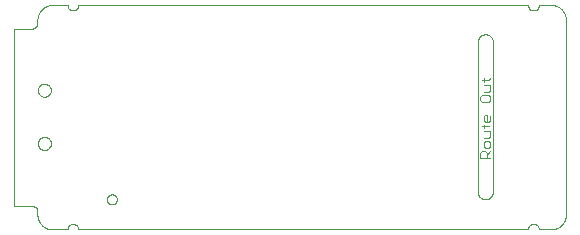
<source format=gbp>
G75*
%MOIN*%
%OFA0B0*%
%FSLAX25Y25*%
%IPPOS*%
%LPD*%
%AMOC8*
5,1,8,0,0,1.08239X$1,22.5*
%
%ADD10C,0.00000*%
%ADD11C,0.00200*%
D10*
X0059959Y0009119D02*
X0059959Y0068175D01*
X0065864Y0068175D01*
X0065864Y0068174D02*
X0065950Y0068176D01*
X0066036Y0068181D01*
X0066121Y0068191D01*
X0066206Y0068204D01*
X0066290Y0068221D01*
X0066374Y0068241D01*
X0066456Y0068265D01*
X0066537Y0068293D01*
X0066618Y0068324D01*
X0066696Y0068358D01*
X0066773Y0068396D01*
X0066849Y0068438D01*
X0066922Y0068482D01*
X0066993Y0068530D01*
X0067063Y0068581D01*
X0067130Y0068635D01*
X0067194Y0068691D01*
X0067256Y0068751D01*
X0067316Y0068813D01*
X0067372Y0068877D01*
X0067426Y0068944D01*
X0067477Y0069014D01*
X0067525Y0069085D01*
X0067569Y0069159D01*
X0067611Y0069234D01*
X0067649Y0069311D01*
X0067683Y0069389D01*
X0067714Y0069470D01*
X0067742Y0069551D01*
X0067766Y0069633D01*
X0067786Y0069717D01*
X0067803Y0069801D01*
X0067816Y0069886D01*
X0067826Y0069971D01*
X0067831Y0070057D01*
X0067833Y0070143D01*
X0067833Y0071049D01*
X0067835Y0071189D01*
X0067841Y0071329D01*
X0067851Y0071469D01*
X0067864Y0071609D01*
X0067882Y0071748D01*
X0067904Y0071887D01*
X0067929Y0072024D01*
X0067958Y0072162D01*
X0067991Y0072298D01*
X0068028Y0072433D01*
X0068069Y0072567D01*
X0068114Y0072700D01*
X0068162Y0072832D01*
X0068214Y0072962D01*
X0068269Y0073091D01*
X0068328Y0073218D01*
X0068391Y0073344D01*
X0068457Y0073468D01*
X0068526Y0073589D01*
X0068599Y0073709D01*
X0068676Y0073827D01*
X0068755Y0073942D01*
X0068838Y0074056D01*
X0068924Y0074166D01*
X0069013Y0074275D01*
X0069105Y0074381D01*
X0069200Y0074484D01*
X0069297Y0074585D01*
X0069398Y0074682D01*
X0069501Y0074777D01*
X0069607Y0074869D01*
X0069716Y0074958D01*
X0069826Y0075044D01*
X0069940Y0075127D01*
X0070055Y0075206D01*
X0070173Y0075283D01*
X0070293Y0075356D01*
X0070414Y0075425D01*
X0070538Y0075491D01*
X0070664Y0075554D01*
X0070791Y0075613D01*
X0070920Y0075668D01*
X0071050Y0075720D01*
X0071182Y0075768D01*
X0071315Y0075813D01*
X0071449Y0075854D01*
X0071584Y0075891D01*
X0071720Y0075924D01*
X0071858Y0075953D01*
X0071995Y0075978D01*
X0072134Y0076000D01*
X0072273Y0076018D01*
X0072413Y0076031D01*
X0072553Y0076041D01*
X0072693Y0076047D01*
X0072833Y0076049D01*
X0077963Y0076049D01*
X0077963Y0075617D01*
X0077965Y0075549D01*
X0077970Y0075482D01*
X0077979Y0075415D01*
X0077992Y0075348D01*
X0078009Y0075283D01*
X0078028Y0075218D01*
X0078052Y0075154D01*
X0078079Y0075092D01*
X0078109Y0075031D01*
X0078142Y0074973D01*
X0078178Y0074916D01*
X0078218Y0074861D01*
X0078260Y0074808D01*
X0078306Y0074757D01*
X0078353Y0074710D01*
X0078404Y0074664D01*
X0078457Y0074622D01*
X0078512Y0074582D01*
X0078569Y0074546D01*
X0078627Y0074513D01*
X0078688Y0074483D01*
X0078750Y0074456D01*
X0078814Y0074432D01*
X0078879Y0074413D01*
X0078944Y0074396D01*
X0079011Y0074383D01*
X0079078Y0074374D01*
X0079145Y0074369D01*
X0079213Y0074367D01*
X0080075Y0074367D01*
X0080143Y0074369D01*
X0080210Y0074374D01*
X0080277Y0074383D01*
X0080344Y0074396D01*
X0080409Y0074413D01*
X0080474Y0074432D01*
X0080538Y0074456D01*
X0080600Y0074483D01*
X0080661Y0074513D01*
X0080719Y0074546D01*
X0080776Y0074582D01*
X0080831Y0074622D01*
X0080884Y0074664D01*
X0080935Y0074710D01*
X0080982Y0074757D01*
X0081028Y0074808D01*
X0081070Y0074861D01*
X0081110Y0074916D01*
X0081146Y0074973D01*
X0081179Y0075031D01*
X0081209Y0075092D01*
X0081236Y0075154D01*
X0081260Y0075218D01*
X0081279Y0075283D01*
X0081296Y0075348D01*
X0081309Y0075415D01*
X0081318Y0075482D01*
X0081323Y0075549D01*
X0081325Y0075617D01*
X0081325Y0076049D01*
X0231506Y0076049D01*
X0231506Y0075617D01*
X0231508Y0075549D01*
X0231513Y0075482D01*
X0231522Y0075415D01*
X0231535Y0075348D01*
X0231552Y0075283D01*
X0231571Y0075218D01*
X0231595Y0075154D01*
X0231622Y0075092D01*
X0231652Y0075031D01*
X0231685Y0074973D01*
X0231721Y0074916D01*
X0231761Y0074861D01*
X0231803Y0074808D01*
X0231849Y0074757D01*
X0231896Y0074710D01*
X0231947Y0074664D01*
X0232000Y0074622D01*
X0232055Y0074582D01*
X0232112Y0074546D01*
X0232170Y0074513D01*
X0232231Y0074483D01*
X0232293Y0074456D01*
X0232357Y0074432D01*
X0232422Y0074413D01*
X0232487Y0074396D01*
X0232554Y0074383D01*
X0232621Y0074374D01*
X0232688Y0074369D01*
X0232756Y0074367D01*
X0233618Y0074367D01*
X0233686Y0074369D01*
X0233753Y0074374D01*
X0233820Y0074383D01*
X0233887Y0074396D01*
X0233952Y0074413D01*
X0234017Y0074432D01*
X0234081Y0074456D01*
X0234143Y0074483D01*
X0234204Y0074513D01*
X0234262Y0074546D01*
X0234319Y0074582D01*
X0234374Y0074622D01*
X0234427Y0074664D01*
X0234478Y0074710D01*
X0234525Y0074757D01*
X0234571Y0074808D01*
X0234613Y0074861D01*
X0234653Y0074916D01*
X0234689Y0074973D01*
X0234722Y0075031D01*
X0234752Y0075092D01*
X0234779Y0075154D01*
X0234803Y0075218D01*
X0234822Y0075283D01*
X0234839Y0075348D01*
X0234852Y0075415D01*
X0234861Y0075482D01*
X0234866Y0075549D01*
X0234868Y0075617D01*
X0234868Y0076049D01*
X0238998Y0076049D01*
X0239138Y0076047D01*
X0239278Y0076041D01*
X0239418Y0076031D01*
X0239558Y0076018D01*
X0239697Y0076000D01*
X0239836Y0075978D01*
X0239973Y0075953D01*
X0240111Y0075924D01*
X0240247Y0075891D01*
X0240382Y0075854D01*
X0240516Y0075813D01*
X0240649Y0075768D01*
X0240781Y0075720D01*
X0240911Y0075668D01*
X0241040Y0075613D01*
X0241167Y0075554D01*
X0241293Y0075491D01*
X0241417Y0075425D01*
X0241538Y0075356D01*
X0241658Y0075283D01*
X0241776Y0075206D01*
X0241891Y0075127D01*
X0242005Y0075044D01*
X0242115Y0074958D01*
X0242224Y0074869D01*
X0242330Y0074777D01*
X0242433Y0074682D01*
X0242534Y0074585D01*
X0242631Y0074484D01*
X0242726Y0074381D01*
X0242818Y0074275D01*
X0242907Y0074166D01*
X0242993Y0074056D01*
X0243076Y0073942D01*
X0243155Y0073827D01*
X0243232Y0073709D01*
X0243305Y0073589D01*
X0243374Y0073468D01*
X0243440Y0073344D01*
X0243503Y0073218D01*
X0243562Y0073091D01*
X0243617Y0072962D01*
X0243669Y0072832D01*
X0243717Y0072700D01*
X0243762Y0072567D01*
X0243803Y0072433D01*
X0243840Y0072298D01*
X0243873Y0072162D01*
X0243902Y0072024D01*
X0243927Y0071887D01*
X0243949Y0071748D01*
X0243967Y0071609D01*
X0243980Y0071469D01*
X0243990Y0071329D01*
X0243996Y0071189D01*
X0243998Y0071049D01*
X0243998Y0006245D01*
X0243996Y0006105D01*
X0243990Y0005965D01*
X0243980Y0005825D01*
X0243967Y0005685D01*
X0243949Y0005546D01*
X0243927Y0005407D01*
X0243902Y0005270D01*
X0243873Y0005132D01*
X0243840Y0004996D01*
X0243803Y0004861D01*
X0243762Y0004727D01*
X0243717Y0004594D01*
X0243669Y0004462D01*
X0243617Y0004332D01*
X0243562Y0004203D01*
X0243503Y0004076D01*
X0243440Y0003950D01*
X0243374Y0003826D01*
X0243305Y0003705D01*
X0243232Y0003585D01*
X0243155Y0003467D01*
X0243076Y0003352D01*
X0242993Y0003238D01*
X0242907Y0003128D01*
X0242818Y0003019D01*
X0242726Y0002913D01*
X0242631Y0002810D01*
X0242534Y0002709D01*
X0242433Y0002612D01*
X0242330Y0002517D01*
X0242224Y0002425D01*
X0242115Y0002336D01*
X0242005Y0002250D01*
X0241891Y0002167D01*
X0241776Y0002088D01*
X0241658Y0002011D01*
X0241538Y0001938D01*
X0241417Y0001869D01*
X0241293Y0001803D01*
X0241167Y0001740D01*
X0241040Y0001681D01*
X0240911Y0001626D01*
X0240781Y0001574D01*
X0240649Y0001526D01*
X0240516Y0001481D01*
X0240382Y0001440D01*
X0240247Y0001403D01*
X0240111Y0001370D01*
X0239973Y0001341D01*
X0239836Y0001316D01*
X0239697Y0001294D01*
X0239558Y0001276D01*
X0239418Y0001263D01*
X0239278Y0001253D01*
X0239138Y0001247D01*
X0238998Y0001245D01*
X0234868Y0001245D01*
X0234868Y0001677D01*
X0234866Y0001745D01*
X0234861Y0001812D01*
X0234852Y0001879D01*
X0234839Y0001946D01*
X0234822Y0002011D01*
X0234803Y0002076D01*
X0234779Y0002140D01*
X0234752Y0002202D01*
X0234722Y0002263D01*
X0234689Y0002321D01*
X0234653Y0002378D01*
X0234613Y0002433D01*
X0234571Y0002486D01*
X0234525Y0002537D01*
X0234478Y0002584D01*
X0234427Y0002630D01*
X0234374Y0002672D01*
X0234319Y0002712D01*
X0234262Y0002748D01*
X0234204Y0002781D01*
X0234143Y0002811D01*
X0234081Y0002838D01*
X0234017Y0002862D01*
X0233952Y0002881D01*
X0233887Y0002898D01*
X0233820Y0002911D01*
X0233753Y0002920D01*
X0233686Y0002925D01*
X0233618Y0002927D01*
X0232756Y0002927D01*
X0232688Y0002925D01*
X0232621Y0002920D01*
X0232554Y0002911D01*
X0232487Y0002898D01*
X0232422Y0002881D01*
X0232357Y0002862D01*
X0232293Y0002838D01*
X0232231Y0002811D01*
X0232170Y0002781D01*
X0232112Y0002748D01*
X0232055Y0002712D01*
X0232000Y0002672D01*
X0231947Y0002630D01*
X0231896Y0002584D01*
X0231849Y0002537D01*
X0231803Y0002486D01*
X0231761Y0002433D01*
X0231721Y0002378D01*
X0231685Y0002321D01*
X0231652Y0002263D01*
X0231622Y0002202D01*
X0231595Y0002140D01*
X0231571Y0002076D01*
X0231552Y0002011D01*
X0231535Y0001946D01*
X0231522Y0001879D01*
X0231513Y0001812D01*
X0231508Y0001745D01*
X0231506Y0001677D01*
X0231506Y0001245D01*
X0081325Y0001245D01*
X0081325Y0001677D01*
X0081323Y0001745D01*
X0081318Y0001812D01*
X0081309Y0001879D01*
X0081296Y0001946D01*
X0081279Y0002011D01*
X0081260Y0002076D01*
X0081236Y0002140D01*
X0081209Y0002202D01*
X0081179Y0002263D01*
X0081146Y0002321D01*
X0081110Y0002378D01*
X0081070Y0002433D01*
X0081028Y0002486D01*
X0080982Y0002537D01*
X0080935Y0002584D01*
X0080884Y0002630D01*
X0080831Y0002672D01*
X0080776Y0002712D01*
X0080719Y0002748D01*
X0080661Y0002781D01*
X0080600Y0002811D01*
X0080538Y0002838D01*
X0080474Y0002862D01*
X0080409Y0002881D01*
X0080344Y0002898D01*
X0080277Y0002911D01*
X0080210Y0002920D01*
X0080143Y0002925D01*
X0080075Y0002927D01*
X0079213Y0002927D01*
X0079145Y0002925D01*
X0079078Y0002920D01*
X0079011Y0002911D01*
X0078944Y0002898D01*
X0078879Y0002881D01*
X0078814Y0002862D01*
X0078750Y0002838D01*
X0078688Y0002811D01*
X0078627Y0002781D01*
X0078569Y0002748D01*
X0078512Y0002712D01*
X0078457Y0002672D01*
X0078404Y0002630D01*
X0078353Y0002584D01*
X0078306Y0002537D01*
X0078260Y0002486D01*
X0078218Y0002433D01*
X0078178Y0002378D01*
X0078142Y0002321D01*
X0078109Y0002263D01*
X0078079Y0002202D01*
X0078052Y0002140D01*
X0078028Y0002076D01*
X0078009Y0002011D01*
X0077992Y0001946D01*
X0077979Y0001879D01*
X0077970Y0001812D01*
X0077965Y0001745D01*
X0077963Y0001677D01*
X0077963Y0001245D01*
X0072833Y0001245D01*
X0072693Y0001247D01*
X0072553Y0001253D01*
X0072413Y0001263D01*
X0072273Y0001276D01*
X0072134Y0001294D01*
X0071995Y0001316D01*
X0071858Y0001341D01*
X0071720Y0001370D01*
X0071584Y0001403D01*
X0071449Y0001440D01*
X0071315Y0001481D01*
X0071182Y0001526D01*
X0071050Y0001574D01*
X0070920Y0001626D01*
X0070791Y0001681D01*
X0070664Y0001740D01*
X0070538Y0001803D01*
X0070414Y0001869D01*
X0070293Y0001938D01*
X0070173Y0002011D01*
X0070055Y0002088D01*
X0069940Y0002167D01*
X0069826Y0002250D01*
X0069716Y0002336D01*
X0069607Y0002425D01*
X0069501Y0002517D01*
X0069398Y0002612D01*
X0069297Y0002709D01*
X0069200Y0002810D01*
X0069105Y0002913D01*
X0069013Y0003019D01*
X0068924Y0003128D01*
X0068838Y0003238D01*
X0068755Y0003352D01*
X0068676Y0003467D01*
X0068599Y0003585D01*
X0068526Y0003705D01*
X0068457Y0003826D01*
X0068391Y0003950D01*
X0068328Y0004076D01*
X0068269Y0004203D01*
X0068214Y0004332D01*
X0068162Y0004462D01*
X0068114Y0004594D01*
X0068069Y0004727D01*
X0068028Y0004861D01*
X0067991Y0004996D01*
X0067958Y0005132D01*
X0067929Y0005270D01*
X0067904Y0005407D01*
X0067882Y0005546D01*
X0067864Y0005685D01*
X0067851Y0005825D01*
X0067841Y0005965D01*
X0067835Y0006105D01*
X0067833Y0006245D01*
X0067833Y0007151D01*
X0067831Y0007237D01*
X0067826Y0007323D01*
X0067816Y0007408D01*
X0067803Y0007493D01*
X0067786Y0007577D01*
X0067766Y0007661D01*
X0067742Y0007743D01*
X0067714Y0007824D01*
X0067683Y0007905D01*
X0067649Y0007983D01*
X0067611Y0008060D01*
X0067569Y0008136D01*
X0067525Y0008209D01*
X0067477Y0008280D01*
X0067426Y0008350D01*
X0067372Y0008417D01*
X0067316Y0008481D01*
X0067256Y0008543D01*
X0067194Y0008603D01*
X0067130Y0008659D01*
X0067063Y0008713D01*
X0066993Y0008764D01*
X0066922Y0008812D01*
X0066849Y0008856D01*
X0066773Y0008898D01*
X0066696Y0008936D01*
X0066618Y0008970D01*
X0066537Y0009001D01*
X0066456Y0009029D01*
X0066374Y0009053D01*
X0066290Y0009073D01*
X0066206Y0009090D01*
X0066121Y0009103D01*
X0066036Y0009113D01*
X0065950Y0009118D01*
X0065864Y0009120D01*
X0065864Y0009119D02*
X0059959Y0009119D01*
X0090975Y0011245D02*
X0090977Y0011326D01*
X0090983Y0011408D01*
X0090993Y0011489D01*
X0091007Y0011569D01*
X0091024Y0011648D01*
X0091046Y0011727D01*
X0091071Y0011804D01*
X0091100Y0011881D01*
X0091133Y0011955D01*
X0091170Y0012028D01*
X0091209Y0012099D01*
X0091253Y0012168D01*
X0091299Y0012235D01*
X0091349Y0012299D01*
X0091402Y0012361D01*
X0091458Y0012421D01*
X0091516Y0012477D01*
X0091578Y0012531D01*
X0091642Y0012582D01*
X0091708Y0012629D01*
X0091776Y0012673D01*
X0091847Y0012714D01*
X0091919Y0012751D01*
X0091994Y0012785D01*
X0092069Y0012815D01*
X0092147Y0012841D01*
X0092225Y0012864D01*
X0092304Y0012882D01*
X0092384Y0012897D01*
X0092465Y0012908D01*
X0092546Y0012915D01*
X0092628Y0012918D01*
X0092709Y0012917D01*
X0092790Y0012912D01*
X0092871Y0012903D01*
X0092952Y0012890D01*
X0093032Y0012873D01*
X0093110Y0012853D01*
X0093188Y0012828D01*
X0093265Y0012800D01*
X0093340Y0012768D01*
X0093413Y0012733D01*
X0093484Y0012694D01*
X0093554Y0012651D01*
X0093621Y0012606D01*
X0093687Y0012557D01*
X0093749Y0012505D01*
X0093809Y0012449D01*
X0093866Y0012391D01*
X0093921Y0012331D01*
X0093972Y0012267D01*
X0094020Y0012202D01*
X0094065Y0012134D01*
X0094107Y0012064D01*
X0094145Y0011992D01*
X0094180Y0011918D01*
X0094211Y0011843D01*
X0094238Y0011766D01*
X0094261Y0011688D01*
X0094281Y0011609D01*
X0094297Y0011529D01*
X0094309Y0011448D01*
X0094317Y0011367D01*
X0094321Y0011286D01*
X0094321Y0011204D01*
X0094317Y0011123D01*
X0094309Y0011042D01*
X0094297Y0010961D01*
X0094281Y0010881D01*
X0094261Y0010802D01*
X0094238Y0010724D01*
X0094211Y0010647D01*
X0094180Y0010572D01*
X0094145Y0010498D01*
X0094107Y0010426D01*
X0094065Y0010356D01*
X0094020Y0010288D01*
X0093972Y0010223D01*
X0093921Y0010159D01*
X0093866Y0010099D01*
X0093809Y0010041D01*
X0093749Y0009985D01*
X0093687Y0009933D01*
X0093621Y0009884D01*
X0093554Y0009839D01*
X0093485Y0009796D01*
X0093413Y0009757D01*
X0093340Y0009722D01*
X0093265Y0009690D01*
X0093188Y0009662D01*
X0093110Y0009637D01*
X0093032Y0009617D01*
X0092952Y0009600D01*
X0092871Y0009587D01*
X0092790Y0009578D01*
X0092709Y0009573D01*
X0092628Y0009572D01*
X0092546Y0009575D01*
X0092465Y0009582D01*
X0092384Y0009593D01*
X0092304Y0009608D01*
X0092225Y0009626D01*
X0092147Y0009649D01*
X0092069Y0009675D01*
X0091994Y0009705D01*
X0091919Y0009739D01*
X0091847Y0009776D01*
X0091776Y0009817D01*
X0091708Y0009861D01*
X0091642Y0009908D01*
X0091578Y0009959D01*
X0091516Y0010013D01*
X0091458Y0010069D01*
X0091402Y0010129D01*
X0091349Y0010191D01*
X0091299Y0010255D01*
X0091253Y0010322D01*
X0091209Y0010391D01*
X0091170Y0010462D01*
X0091133Y0010535D01*
X0091100Y0010609D01*
X0091071Y0010686D01*
X0091046Y0010763D01*
X0091024Y0010842D01*
X0091007Y0010921D01*
X0090993Y0011001D01*
X0090983Y0011082D01*
X0090977Y0011164D01*
X0090975Y0011245D01*
X0067983Y0029887D02*
X0067985Y0029980D01*
X0067991Y0030072D01*
X0068001Y0030164D01*
X0068015Y0030255D01*
X0068032Y0030346D01*
X0068054Y0030436D01*
X0068079Y0030525D01*
X0068108Y0030613D01*
X0068141Y0030699D01*
X0068178Y0030784D01*
X0068218Y0030868D01*
X0068262Y0030949D01*
X0068309Y0031029D01*
X0068359Y0031107D01*
X0068413Y0031182D01*
X0068470Y0031255D01*
X0068530Y0031325D01*
X0068593Y0031393D01*
X0068659Y0031458D01*
X0068727Y0031520D01*
X0068798Y0031580D01*
X0068872Y0031636D01*
X0068948Y0031689D01*
X0069026Y0031738D01*
X0069106Y0031785D01*
X0069188Y0031827D01*
X0069272Y0031867D01*
X0069357Y0031902D01*
X0069444Y0031934D01*
X0069532Y0031963D01*
X0069621Y0031987D01*
X0069711Y0032008D01*
X0069802Y0032024D01*
X0069894Y0032037D01*
X0069986Y0032046D01*
X0070079Y0032051D01*
X0070171Y0032052D01*
X0070264Y0032049D01*
X0070356Y0032042D01*
X0070448Y0032031D01*
X0070539Y0032016D01*
X0070630Y0031998D01*
X0070720Y0031975D01*
X0070808Y0031949D01*
X0070896Y0031919D01*
X0070982Y0031885D01*
X0071066Y0031848D01*
X0071149Y0031806D01*
X0071230Y0031762D01*
X0071310Y0031714D01*
X0071387Y0031663D01*
X0071461Y0031608D01*
X0071534Y0031550D01*
X0071604Y0031490D01*
X0071671Y0031426D01*
X0071735Y0031360D01*
X0071797Y0031290D01*
X0071855Y0031219D01*
X0071910Y0031145D01*
X0071962Y0031068D01*
X0072011Y0030989D01*
X0072057Y0030909D01*
X0072099Y0030826D01*
X0072137Y0030742D01*
X0072172Y0030656D01*
X0072203Y0030569D01*
X0072230Y0030481D01*
X0072253Y0030391D01*
X0072273Y0030301D01*
X0072289Y0030210D01*
X0072301Y0030118D01*
X0072309Y0030026D01*
X0072313Y0029933D01*
X0072313Y0029841D01*
X0072309Y0029748D01*
X0072301Y0029656D01*
X0072289Y0029564D01*
X0072273Y0029473D01*
X0072253Y0029383D01*
X0072230Y0029293D01*
X0072203Y0029205D01*
X0072172Y0029118D01*
X0072137Y0029032D01*
X0072099Y0028948D01*
X0072057Y0028865D01*
X0072011Y0028785D01*
X0071962Y0028706D01*
X0071910Y0028629D01*
X0071855Y0028555D01*
X0071797Y0028484D01*
X0071735Y0028414D01*
X0071671Y0028348D01*
X0071604Y0028284D01*
X0071534Y0028224D01*
X0071461Y0028166D01*
X0071387Y0028111D01*
X0071310Y0028060D01*
X0071231Y0028012D01*
X0071149Y0027968D01*
X0071066Y0027926D01*
X0070982Y0027889D01*
X0070896Y0027855D01*
X0070808Y0027825D01*
X0070720Y0027799D01*
X0070630Y0027776D01*
X0070539Y0027758D01*
X0070448Y0027743D01*
X0070356Y0027732D01*
X0070264Y0027725D01*
X0070171Y0027722D01*
X0070079Y0027723D01*
X0069986Y0027728D01*
X0069894Y0027737D01*
X0069802Y0027750D01*
X0069711Y0027766D01*
X0069621Y0027787D01*
X0069532Y0027811D01*
X0069444Y0027840D01*
X0069357Y0027872D01*
X0069272Y0027907D01*
X0069188Y0027947D01*
X0069106Y0027989D01*
X0069026Y0028036D01*
X0068948Y0028085D01*
X0068872Y0028138D01*
X0068798Y0028194D01*
X0068727Y0028254D01*
X0068659Y0028316D01*
X0068593Y0028381D01*
X0068530Y0028449D01*
X0068470Y0028519D01*
X0068413Y0028592D01*
X0068359Y0028667D01*
X0068309Y0028745D01*
X0068262Y0028825D01*
X0068218Y0028906D01*
X0068178Y0028990D01*
X0068141Y0029075D01*
X0068108Y0029161D01*
X0068079Y0029249D01*
X0068054Y0029338D01*
X0068032Y0029428D01*
X0068015Y0029519D01*
X0068001Y0029610D01*
X0067991Y0029702D01*
X0067985Y0029794D01*
X0067983Y0029887D01*
X0067983Y0047604D02*
X0067985Y0047697D01*
X0067991Y0047789D01*
X0068001Y0047881D01*
X0068015Y0047972D01*
X0068032Y0048063D01*
X0068054Y0048153D01*
X0068079Y0048242D01*
X0068108Y0048330D01*
X0068141Y0048416D01*
X0068178Y0048501D01*
X0068218Y0048585D01*
X0068262Y0048666D01*
X0068309Y0048746D01*
X0068359Y0048824D01*
X0068413Y0048899D01*
X0068470Y0048972D01*
X0068530Y0049042D01*
X0068593Y0049110D01*
X0068659Y0049175D01*
X0068727Y0049237D01*
X0068798Y0049297D01*
X0068872Y0049353D01*
X0068948Y0049406D01*
X0069026Y0049455D01*
X0069106Y0049502D01*
X0069188Y0049544D01*
X0069272Y0049584D01*
X0069357Y0049619D01*
X0069444Y0049651D01*
X0069532Y0049680D01*
X0069621Y0049704D01*
X0069711Y0049725D01*
X0069802Y0049741D01*
X0069894Y0049754D01*
X0069986Y0049763D01*
X0070079Y0049768D01*
X0070171Y0049769D01*
X0070264Y0049766D01*
X0070356Y0049759D01*
X0070448Y0049748D01*
X0070539Y0049733D01*
X0070630Y0049715D01*
X0070720Y0049692D01*
X0070808Y0049666D01*
X0070896Y0049636D01*
X0070982Y0049602D01*
X0071066Y0049565D01*
X0071149Y0049523D01*
X0071230Y0049479D01*
X0071310Y0049431D01*
X0071387Y0049380D01*
X0071461Y0049325D01*
X0071534Y0049267D01*
X0071604Y0049207D01*
X0071671Y0049143D01*
X0071735Y0049077D01*
X0071797Y0049007D01*
X0071855Y0048936D01*
X0071910Y0048862D01*
X0071962Y0048785D01*
X0072011Y0048706D01*
X0072057Y0048626D01*
X0072099Y0048543D01*
X0072137Y0048459D01*
X0072172Y0048373D01*
X0072203Y0048286D01*
X0072230Y0048198D01*
X0072253Y0048108D01*
X0072273Y0048018D01*
X0072289Y0047927D01*
X0072301Y0047835D01*
X0072309Y0047743D01*
X0072313Y0047650D01*
X0072313Y0047558D01*
X0072309Y0047465D01*
X0072301Y0047373D01*
X0072289Y0047281D01*
X0072273Y0047190D01*
X0072253Y0047100D01*
X0072230Y0047010D01*
X0072203Y0046922D01*
X0072172Y0046835D01*
X0072137Y0046749D01*
X0072099Y0046665D01*
X0072057Y0046582D01*
X0072011Y0046502D01*
X0071962Y0046423D01*
X0071910Y0046346D01*
X0071855Y0046272D01*
X0071797Y0046201D01*
X0071735Y0046131D01*
X0071671Y0046065D01*
X0071604Y0046001D01*
X0071534Y0045941D01*
X0071461Y0045883D01*
X0071387Y0045828D01*
X0071310Y0045777D01*
X0071231Y0045729D01*
X0071149Y0045685D01*
X0071066Y0045643D01*
X0070982Y0045606D01*
X0070896Y0045572D01*
X0070808Y0045542D01*
X0070720Y0045516D01*
X0070630Y0045493D01*
X0070539Y0045475D01*
X0070448Y0045460D01*
X0070356Y0045449D01*
X0070264Y0045442D01*
X0070171Y0045439D01*
X0070079Y0045440D01*
X0069986Y0045445D01*
X0069894Y0045454D01*
X0069802Y0045467D01*
X0069711Y0045483D01*
X0069621Y0045504D01*
X0069532Y0045528D01*
X0069444Y0045557D01*
X0069357Y0045589D01*
X0069272Y0045624D01*
X0069188Y0045664D01*
X0069106Y0045706D01*
X0069026Y0045753D01*
X0068948Y0045802D01*
X0068872Y0045855D01*
X0068798Y0045911D01*
X0068727Y0045971D01*
X0068659Y0046033D01*
X0068593Y0046098D01*
X0068530Y0046166D01*
X0068470Y0046236D01*
X0068413Y0046309D01*
X0068359Y0046384D01*
X0068309Y0046462D01*
X0068262Y0046542D01*
X0068218Y0046623D01*
X0068178Y0046707D01*
X0068141Y0046792D01*
X0068108Y0046878D01*
X0068079Y0046966D01*
X0068054Y0047055D01*
X0068032Y0047145D01*
X0068015Y0047236D01*
X0068001Y0047327D01*
X0067991Y0047419D01*
X0067985Y0047511D01*
X0067983Y0047604D01*
X0214648Y0063745D02*
X0214648Y0013745D01*
X0217148Y0011245D02*
X0217246Y0011247D01*
X0217344Y0011253D01*
X0217442Y0011262D01*
X0217539Y0011276D01*
X0217636Y0011293D01*
X0217732Y0011314D01*
X0217827Y0011339D01*
X0217921Y0011367D01*
X0218013Y0011400D01*
X0218105Y0011435D01*
X0218195Y0011475D01*
X0218283Y0011517D01*
X0218370Y0011564D01*
X0218454Y0011613D01*
X0218537Y0011666D01*
X0218617Y0011722D01*
X0218696Y0011782D01*
X0218772Y0011844D01*
X0218845Y0011909D01*
X0218916Y0011977D01*
X0218984Y0012048D01*
X0219049Y0012121D01*
X0219111Y0012197D01*
X0219171Y0012276D01*
X0219227Y0012356D01*
X0219280Y0012439D01*
X0219329Y0012523D01*
X0219376Y0012610D01*
X0219418Y0012698D01*
X0219458Y0012788D01*
X0219493Y0012880D01*
X0219526Y0012972D01*
X0219554Y0013066D01*
X0219579Y0013161D01*
X0219600Y0013257D01*
X0219617Y0013354D01*
X0219631Y0013451D01*
X0219640Y0013549D01*
X0219646Y0013647D01*
X0219648Y0013745D01*
X0219648Y0063745D01*
X0217148Y0066245D02*
X0217050Y0066243D01*
X0216952Y0066237D01*
X0216854Y0066228D01*
X0216757Y0066214D01*
X0216660Y0066197D01*
X0216564Y0066176D01*
X0216469Y0066151D01*
X0216375Y0066123D01*
X0216283Y0066090D01*
X0216191Y0066055D01*
X0216101Y0066015D01*
X0216013Y0065973D01*
X0215926Y0065926D01*
X0215842Y0065877D01*
X0215759Y0065824D01*
X0215679Y0065768D01*
X0215600Y0065708D01*
X0215524Y0065646D01*
X0215451Y0065581D01*
X0215380Y0065513D01*
X0215312Y0065442D01*
X0215247Y0065369D01*
X0215185Y0065293D01*
X0215125Y0065214D01*
X0215069Y0065134D01*
X0215016Y0065051D01*
X0214967Y0064967D01*
X0214920Y0064880D01*
X0214878Y0064792D01*
X0214838Y0064702D01*
X0214803Y0064610D01*
X0214770Y0064518D01*
X0214742Y0064424D01*
X0214717Y0064329D01*
X0214696Y0064233D01*
X0214679Y0064136D01*
X0214665Y0064039D01*
X0214656Y0063941D01*
X0214650Y0063843D01*
X0214648Y0063745D01*
X0217148Y0066245D02*
X0217246Y0066243D01*
X0217344Y0066237D01*
X0217442Y0066228D01*
X0217539Y0066214D01*
X0217636Y0066197D01*
X0217732Y0066176D01*
X0217827Y0066151D01*
X0217921Y0066123D01*
X0218013Y0066090D01*
X0218105Y0066055D01*
X0218195Y0066015D01*
X0218283Y0065973D01*
X0218370Y0065926D01*
X0218454Y0065877D01*
X0218537Y0065824D01*
X0218617Y0065768D01*
X0218696Y0065708D01*
X0218772Y0065646D01*
X0218845Y0065581D01*
X0218916Y0065513D01*
X0218984Y0065442D01*
X0219049Y0065369D01*
X0219111Y0065293D01*
X0219171Y0065214D01*
X0219227Y0065134D01*
X0219280Y0065051D01*
X0219329Y0064967D01*
X0219376Y0064880D01*
X0219418Y0064792D01*
X0219458Y0064702D01*
X0219493Y0064610D01*
X0219526Y0064518D01*
X0219554Y0064424D01*
X0219579Y0064329D01*
X0219600Y0064233D01*
X0219617Y0064136D01*
X0219631Y0064039D01*
X0219640Y0063941D01*
X0219646Y0063843D01*
X0219648Y0063745D01*
X0214648Y0013745D02*
X0214650Y0013647D01*
X0214656Y0013549D01*
X0214665Y0013451D01*
X0214679Y0013354D01*
X0214696Y0013257D01*
X0214717Y0013161D01*
X0214742Y0013066D01*
X0214770Y0012972D01*
X0214803Y0012880D01*
X0214838Y0012788D01*
X0214878Y0012698D01*
X0214920Y0012610D01*
X0214967Y0012523D01*
X0215016Y0012439D01*
X0215069Y0012356D01*
X0215125Y0012276D01*
X0215185Y0012197D01*
X0215247Y0012121D01*
X0215312Y0012048D01*
X0215380Y0011977D01*
X0215451Y0011909D01*
X0215524Y0011844D01*
X0215600Y0011782D01*
X0215679Y0011722D01*
X0215759Y0011666D01*
X0215842Y0011613D01*
X0215926Y0011564D01*
X0216013Y0011517D01*
X0216101Y0011475D01*
X0216191Y0011435D01*
X0216283Y0011400D01*
X0216375Y0011367D01*
X0216469Y0011339D01*
X0216564Y0011314D01*
X0216660Y0011293D01*
X0216757Y0011276D01*
X0216854Y0011262D01*
X0216952Y0011253D01*
X0217050Y0011247D01*
X0217148Y0011245D01*
D11*
X0217713Y0025034D02*
X0217713Y0026735D01*
X0217146Y0027302D01*
X0216012Y0027302D01*
X0215445Y0026735D01*
X0215445Y0025034D01*
X0218848Y0025034D01*
X0217713Y0026168D02*
X0218848Y0027302D01*
X0218280Y0028348D02*
X0217146Y0028348D01*
X0216579Y0028916D01*
X0216579Y0030050D01*
X0217146Y0030617D01*
X0218280Y0030617D01*
X0218848Y0030050D01*
X0218848Y0028916D01*
X0218280Y0028348D01*
X0218280Y0031663D02*
X0216579Y0031663D01*
X0218280Y0031663D02*
X0218848Y0032230D01*
X0218848Y0033932D01*
X0216579Y0033932D01*
X0216579Y0034978D02*
X0216579Y0036112D01*
X0216012Y0035545D02*
X0218280Y0035545D01*
X0218848Y0036112D01*
X0218280Y0037188D02*
X0217146Y0037188D01*
X0216579Y0037755D01*
X0216579Y0038889D01*
X0217146Y0039457D01*
X0217713Y0039457D01*
X0217713Y0037188D01*
X0218280Y0037188D02*
X0218848Y0037755D01*
X0218848Y0038889D01*
X0218280Y0043818D02*
X0216012Y0043818D01*
X0215445Y0044385D01*
X0215445Y0045519D01*
X0216012Y0046086D01*
X0218280Y0046086D01*
X0218848Y0045519D01*
X0218848Y0044385D01*
X0218280Y0043818D01*
X0218280Y0047132D02*
X0216579Y0047132D01*
X0218280Y0047132D02*
X0218848Y0047700D01*
X0218848Y0049401D01*
X0216579Y0049401D01*
X0216579Y0050447D02*
X0216579Y0051582D01*
X0216012Y0051014D02*
X0218280Y0051014D01*
X0218848Y0051582D01*
M02*

</source>
